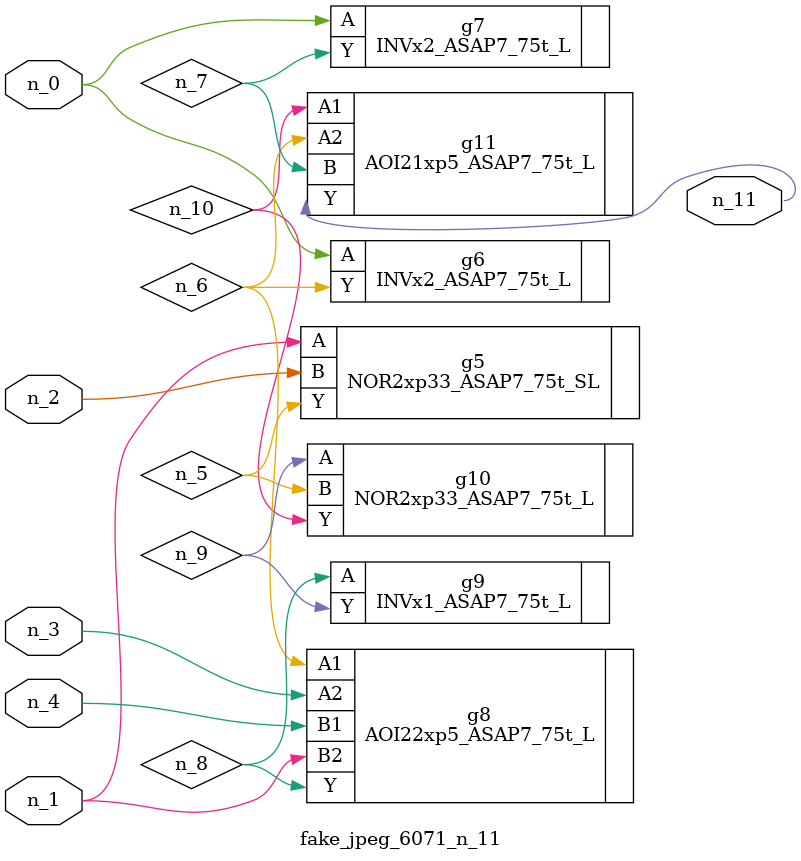
<source format=v>
module fake_jpeg_6071_n_11 (n_3, n_2, n_1, n_0, n_4, n_11);

input n_3;
input n_2;
input n_1;
input n_0;
input n_4;

output n_11;

wire n_10;
wire n_8;
wire n_9;
wire n_6;
wire n_5;
wire n_7;

NOR2xp33_ASAP7_75t_SL g5 ( 
.A(n_1),
.B(n_2),
.Y(n_5)
);

INVx2_ASAP7_75t_L g6 ( 
.A(n_0),
.Y(n_6)
);

INVx2_ASAP7_75t_L g7 ( 
.A(n_0),
.Y(n_7)
);

AOI22xp5_ASAP7_75t_L g8 ( 
.A1(n_6),
.A2(n_3),
.B1(n_4),
.B2(n_1),
.Y(n_8)
);

INVx1_ASAP7_75t_L g9 ( 
.A(n_8),
.Y(n_9)
);

NOR2xp33_ASAP7_75t_L g10 ( 
.A(n_9),
.B(n_5),
.Y(n_10)
);

AOI21xp5_ASAP7_75t_L g11 ( 
.A1(n_10),
.A2(n_6),
.B(n_7),
.Y(n_11)
);


endmodule
</source>
